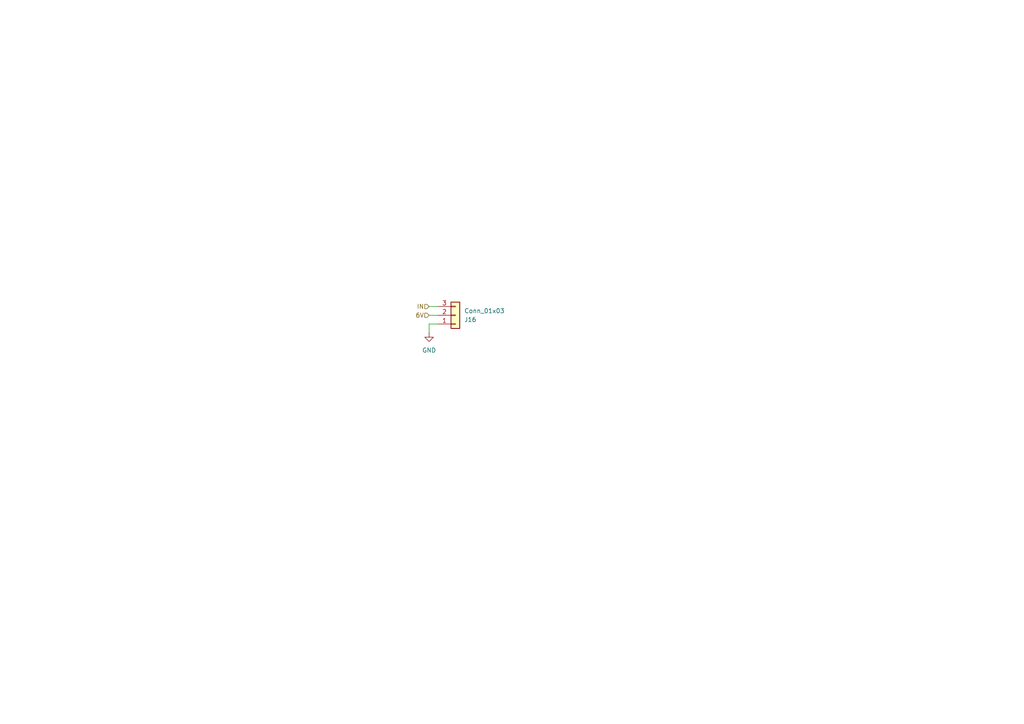
<source format=kicad_sch>
(kicad_sch (version 20250114) (generator "eeschema") (generator_version "9.0")
  (paper "A4")
  (lib_symbols
    (symbol "Connector_Generic:Conn_01x03" (pin_names (offset 1.016) (hide yes))
      (property "Reference" "J" (at 0 5.08 0))
      (property "Value" "Conn_01x03" (at 0 -5.08 0))
      (symbol "Conn_01x03_1_1"
        (rectangle (start -1.27 3.81) (end 1.27 -3.81) (stroke (width 0.254)) (fill (type background)))
        (rectangle (start -1.27 2.667) (end 0 2.413) (stroke (width 0.1524)))
        (rectangle (start -1.27 0.127) (end 0 -0.127) (stroke (width 0.1524)))
        (rectangle (start -1.27 -2.413) (end 0 -2.667) (stroke (width 0.1524)))
        (pin passive line (at -5.08 2.54 0) (length 3.81) (name "Pin_1") (number "1"))
        (pin passive line (at -5.08 0 0) (length 3.81) (name "Pin_2") (number "2"))
        (pin passive line (at -5.08 -2.54 0) (length 3.81) (name "Pin_3") (number "3"))
      )
    )
    (symbol "power:GND" (power) (pin_numbers (hide yes)) (pin_names (offset 0) (hide yes))
      (property "Value" "GND" (at 0 -3.81 0))
      (symbol "GND_0_1"
        (polyline (pts (xy 0 0) (xy 0 -1.27) (xy 1.27 -1.27) (xy 0 -2.54) (xy -1.27 -1.27) (xy 0 -1.27)))
      )
      (symbol "GND_1_1"
        (pin power_in line (at 0 0 270) (length 0) (name "~") (number "1"))
      )
    )
  )
  (wire (pts (xy 124.46 91.44) (xy 127 91.44)))
  (wire (pts (xy 124.46 93.98) (xy 127 93.98)))
  (wire (pts (xy 124.46 88.9) (xy 127 88.9)))
  (wire (pts (xy 124.46 96.52) (xy 124.46 93.98)))
  (hierarchical_label "6V" (shape input) (at 124.46 91.44 180))
  (hierarchical_label "IN" (shape input) (at 124.46 88.9 180))
  (symbol (lib_id "Connector_Generic:Conn_01x03") (at 132.08 91.44 0) (mirror x) (unit 1)
    (property "Reference" "J12" (at 134.62 92.7101 0) (effects (justify left)))
    (property "Value" "Conn_01x03" (at 134.62 90.1701 0) (effects (justify left)))
    (property "Footprint" "Connector_PinHeader_2.54mm:PinHeader_1x03_P2.54mm_Vertical" (effects (hide yes)))
    (property "Description" "Generic connector, single row, 01x03, script generated (kicad-library-utils/schlib/autogen/connector/)" (effects (hide yes)))
    (instances (project "alarmbot" (path "" (reference "J16") (unit 1)) (path "" (reference "J12") (unit 1))))
  )
  (symbol (lib_id "power:GND") (at 124.46 96.52 0) (unit 1)
    (property "Reference" "#PWR0188" (effects (hide yes)))
    (property "Value" "GND" (at 124.46 101.6 0))
    (property "Description" "Power symbol creates a global label with name \"GND\" , ground" (effects (hide yes)))
    (instances (project "alarmbot" (path "" (reference "#PWR0246") (unit 1)) (path "" (reference "#PWR0188") (unit 1))))
  )
)
</source>
